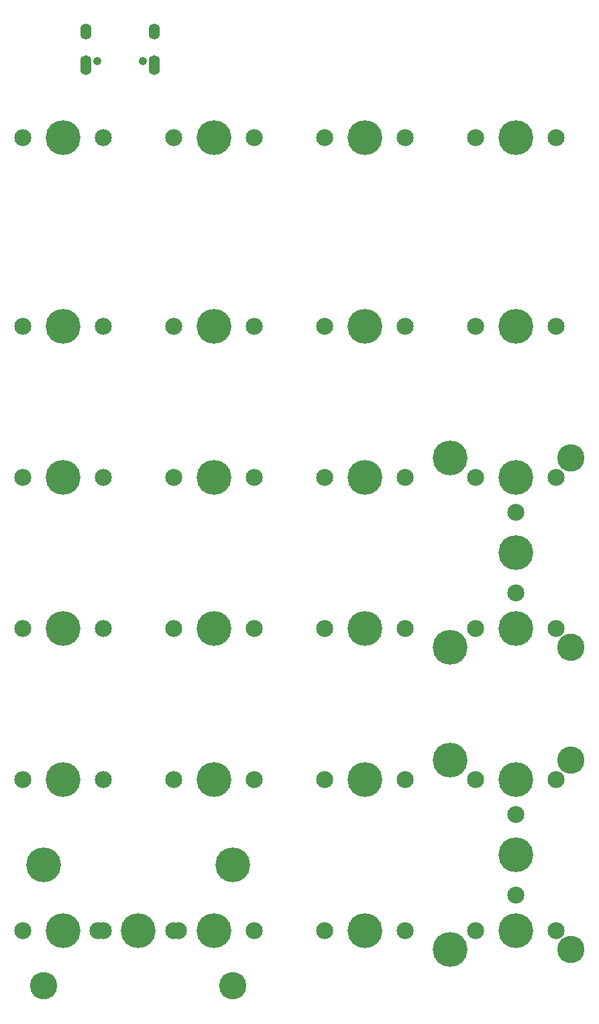
<source format=gts>
G04 #@! TF.GenerationSoftware,KiCad,Pcbnew,(5.1.10)-1*
G04 #@! TF.CreationDate,2022-03-04T22:43:16+01:00*
G04 #@! TF.ProjectId,Voyager20,566f7961-6765-4723-9230-2e6b69636164,rev?*
G04 #@! TF.SameCoordinates,Original*
G04 #@! TF.FileFunction,Soldermask,Top*
G04 #@! TF.FilePolarity,Negative*
%FSLAX46Y46*%
G04 Gerber Fmt 4.6, Leading zero omitted, Abs format (unit mm)*
G04 Created by KiCad (PCBNEW (5.1.10)-1) date 2022-03-04 22:43:16*
%MOMM*%
%LPD*%
G01*
G04 APERTURE LIST*
%ADD10C,2.150000*%
%ADD11C,4.387800*%
%ADD12O,1.400000X2.000000*%
%ADD13O,1.400000X2.500000*%
%ADD14C,1.050000*%
%ADD15C,3.448000*%
G04 APERTURE END LIST*
D10*
X52705000Y-39687500D03*
X42545000Y-39687500D03*
D11*
X47625000Y-39687500D03*
D10*
X71755000Y-39687500D03*
X61595000Y-39687500D03*
D11*
X66675000Y-39687500D03*
X85725000Y-39687500D03*
D10*
X80645000Y-39687500D03*
X90805000Y-39687500D03*
D11*
X104775000Y-39687500D03*
D10*
X99695000Y-39687500D03*
X109855000Y-39687500D03*
X52705000Y-58737500D03*
X42545000Y-58737500D03*
D11*
X47625000Y-58737500D03*
X66675000Y-58737500D03*
D10*
X61595000Y-58737500D03*
X71755000Y-58737500D03*
D11*
X85725000Y-58737500D03*
D10*
X80645000Y-58737500D03*
X90805000Y-58737500D03*
D11*
X104775000Y-58737500D03*
D10*
X99695000Y-58737500D03*
X109855000Y-58737500D03*
X52705000Y-77787500D03*
X42545000Y-77787500D03*
D11*
X47625000Y-77787500D03*
X66675000Y-77787500D03*
D10*
X61595000Y-77787500D03*
X71755000Y-77787500D03*
X90805000Y-77787500D03*
X80645000Y-77787500D03*
D11*
X85725000Y-77787500D03*
D10*
X109855000Y-77787500D03*
X99695000Y-77787500D03*
D11*
X104775000Y-77787500D03*
D10*
X52705000Y-96837500D03*
X42545000Y-96837500D03*
D11*
X47625000Y-96837500D03*
X66675000Y-96837500D03*
D10*
X61595000Y-96837500D03*
X71755000Y-96837500D03*
X90805000Y-96837500D03*
X80645000Y-96837500D03*
D11*
X85725000Y-96837500D03*
X104775000Y-96837500D03*
D10*
X99695000Y-96837500D03*
X109855000Y-96837500D03*
D11*
X47625000Y-115887500D03*
D10*
X42545000Y-115887500D03*
X52705000Y-115887500D03*
X71755000Y-115887500D03*
X61595000Y-115887500D03*
D11*
X66675000Y-115887500D03*
X85725000Y-115887500D03*
D10*
X80645000Y-115887500D03*
X90805000Y-115887500D03*
X109855000Y-115887500D03*
X99695000Y-115887500D03*
D11*
X104775000Y-115887500D03*
D12*
X59120000Y-2575000D03*
X50480000Y-2575000D03*
D13*
X59120000Y-6755000D03*
X50480000Y-6755000D03*
D14*
X51910000Y-6225000D03*
X57690000Y-6225000D03*
D11*
X104775000Y-68262500D03*
D10*
X104775000Y-73342500D03*
X104775000Y-63182500D03*
D15*
X111760000Y-80200500D03*
X111760000Y-56324500D03*
D11*
X96520000Y-80200500D03*
X96520000Y-56324500D03*
X96520000Y-94424500D03*
X96520000Y-118300500D03*
D15*
X111760000Y-94424500D03*
X111760000Y-118300500D03*
D10*
X104775000Y-101282500D03*
X104775000Y-111442500D03*
D11*
X104775000Y-106362500D03*
X57150000Y-115887500D03*
D10*
X52070000Y-115887500D03*
X62230000Y-115887500D03*
D15*
X45212000Y-122872500D03*
X69088000Y-122872500D03*
D11*
X45212000Y-107632500D03*
X69088000Y-107632500D03*
X47625000Y-15875000D03*
D10*
X42545000Y-15875000D03*
X52705000Y-15875000D03*
X71755000Y-15875000D03*
X61595000Y-15875000D03*
D11*
X66675000Y-15875000D03*
X85725000Y-15875000D03*
D10*
X80645000Y-15875000D03*
X90805000Y-15875000D03*
X109855000Y-15875000D03*
X99695000Y-15875000D03*
D11*
X104775000Y-15875000D03*
M02*

</source>
